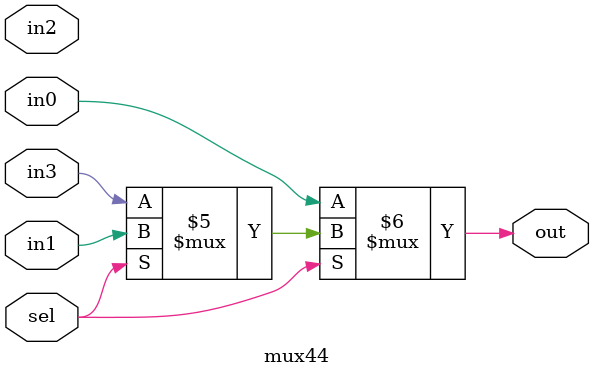
<source format=v>
module mux44 (input in0, in1,in2,in3, sel,
                     output out);

    assign out = (sel == 2'b00) ? in0 : (sel == 2'b01) ? in1 : (sel == 2'b10)  ? in2 : in3;

endmodule

</source>
